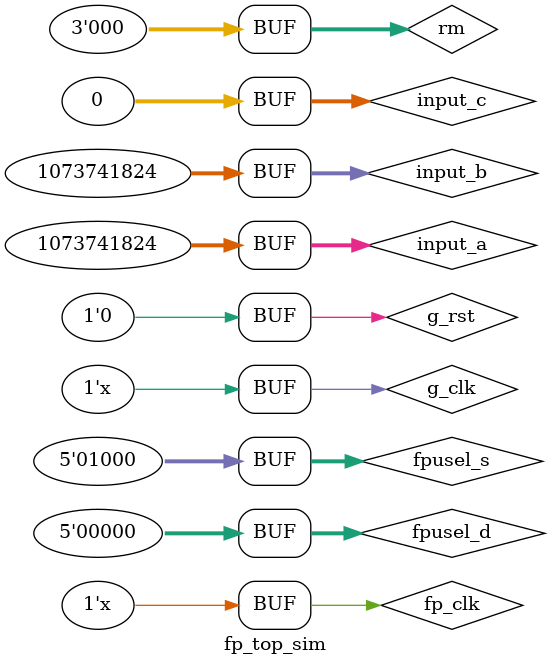
<source format=sv>
`timescale 1ns / 1ps


module fp_top_sim();
  logic [31:0] input_a;
  logic [31:0] input_b;
  logic [31:0] input_c;
  logic [2:0]   rm;
  logic [4:0]  fpusel_s,fpusel_d;
  logic g_clk,fp_clk,g_rst; //global clock, floating point logic unit clock, global reset 
  logic [31:0] res;    
  logic stall;     //flag for stall the pipeline

  FPU   a1(input_a,input_b,input_c,rm,fpusel_s,fpusel_d,g_clk,fp_clk,g_rst,res,stall);
   
    always begin
        #5 g_clk = !g_clk;  
        #5 fp_clk = !fp_clk;
      end
		
    initial begin
            g_clk = 0;
            fp_clk = 0;
            g_rst = 1;
            
	    #15

	    g_rst = 0;
	    #15
            g_rst = 1;
	    #15
            g_rst = 0;
	    #15;

            fpusel_s <= 0;
            fpusel_d <= 0;
            //Addition Testing
            //2 + 1.5
            input_a = 32'h40000000;
            input_b = 32'h3fc00000;
	    input_c = 32'h00000000;
            rm = 3'b000;
            
            
            
            #500;
            
            //7.46 + 1.5
            input_a = 32'h40eeb852;
            input_b = 32'h3fc00000;
            #500;
            
            //2 + 3.25
            input_a = 32'h40000000;
            input_b = 32'h40500000;
            #500;
            
            //Modified adder for subtraction
            fpusel_s <= 1;
            //2 - 1.5
            input_a = 32'h40000000;
            input_b = 32'h3fc00000;
            #500;
            
            //7.46 - 1.5
            input_a = 32'h40eeb852;
            input_b = 32'h3fc00000;
            #500;
            
            //2 - 3.25
            input_a = 32'h40000000;
            input_b = 32'h40500000;
            #500;
            fpusel_s <= 2;
            // 2.2*4.4
            input_a = 32'h408ccccd;
            //set input b
            input_b = 32'h400ccccd;
            
            //wait
            #500;    
                                  
            //3.5*-3
            //set input a
            input_a = 32'h40600000;
            //set input b
            input_b = 32'hc0000000;
      
            //wait
            #250;
            fpusel_s <= 8;
            #500;
            //set input a
            input_a = 32'h408ccccd;
            //set input b
            input_b = 32'h400ccccd;
            //set both stable
            #500;
            
            input_b = 32'h40000000;
            input_a = 32'h40a9999a;
            
            #500;
            
            input_a = 32'h40000000;
            input_b = 32'h40a9999a;
            
            #500;
            
            input_a = 32'h40000000;
            input_b = 32'h40200000;
            #500;
                        
            input_a = 32'h40000000;
            input_b = 32'h40000000;
            #500;
      
      end
   
   
endmodule

</source>
